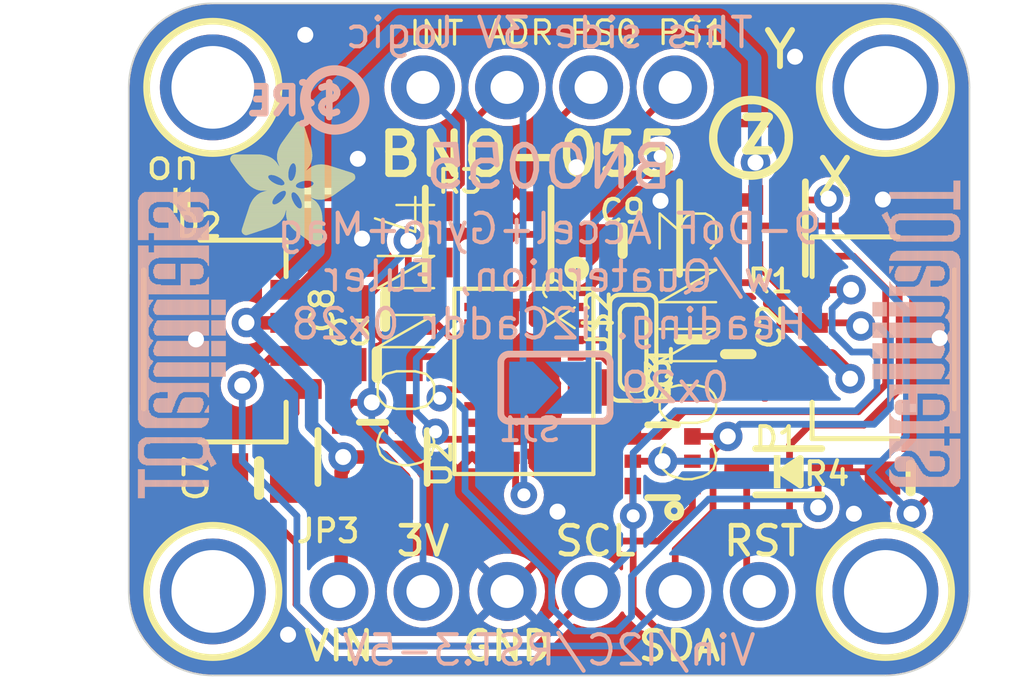
<source format=kicad_pcb>
(kicad_pcb (version 20221018) (generator pcbnew)
  (layers (0 "F.Cu" signal) (31 "B.Cu" signal) (34 "B.Paste" user) (35 "F.Paste" user) (36 "B.SilkS" user "B.Silkscreen") (37 "F.SilkS" user "F.Silkscreen") (38 "B.Mask" user) (39 "F.Mask" user) (44 "Edge.Cuts" user))
  (net 0 "")
  (net 1 "PS1_3V")
  (net 2 "PS0_3V")
  (net 3 "NRESET_3V")
  (net 4 "INT_3V")
  (net 5 "GND")
  (net 6 "I2CADDR_3V")
  (net 7 "SDA_3V")
  (net 8 "SCL_3V")
  (net 9 "N$1")
  (net 10 "N$2")
  (net 11 "N$3")
  (net 12 "3.3V")
  (net 13 "SDA")
  (net 14 "SCL")
  (net 15 "VCC")
  (net 16 "N$4")
  (net 17 "RESET")
  (footprint "working:FIDUCIAL_1MM" (layer "F.Cu") (at 160.1597 100.33)
    (fp_text reference "FID4" hide)
    (fp_text value "FIDUCIAL_1MM" hide)
  )
  (footprint "working:0603-NO" (layer "F.Cu") (at 150.7236 102.0191)
    (fp_text reference "C9")
    (fp_text value "0.1uF")
  )
  (footprint "working:1X06_ROUND_70" (layer "F.Cu") (at 148.5011 112.6236)
    (fp_text reference "JP3")
    (fp_text value "")
  )
  (footprint "working:MOUNTINGHOLE_2.5_PLATED" (layer "F.Cu") (at 158.6611 97.3836)
    (fp_text reference "U$46" hide)
    (fp_text value "MOUNTINGHOLE2.5" hide)
  )
  (footprint "working:SOD-323" (layer "F.Cu") (at 155.7401 109.0041)
    (fp_text reference "D1")
    (fp_text value "1n4148")
  )
  (footprint "working:SOT23-5" (layer "F.Cu") (at 143.1671 108.5596)
    (fp_text reference "U2")
    (fp_text value "AP2112K-3.3")
  )
  (footprint "working:0603-NO" (layer "F.Cu") (at 152.8191 105.0036 90)
    (fp_text reference "C1")
    (fp_text value "22pF")
  )
  (footprint "working:JST_SH4" (layer "F.Cu") (at 158.6611 105.0036 90)
    (fp_text reference "CONN3")
    (fp_text value "STEMMA_I2C_QT" hide)
  )
  (footprint "working:JST_SH4" (layer "F.Cu") (at 138.3411 105.0036 -90)
    (fp_text reference "CONN4")
    (fp_text value "STEMMA_I2C_QT" hide)
  )
  (footprint "working:FIDUCIAL_1MM" (layer "F.Cu") (at 136.8171 109.8296)
    (fp_text reference "FID3" hide)
    (fp_text value "FIDUCIAL_1MM" hide)
  )
  (footprint "working:RESPACK_4X0603" (layer "F.Cu") (at 154.3431 101.6381 180)
    (fp_text reference "R1")
    (fp_text value "10K")
  )
  (footprint "working:0603-NO" (layer "F.Cu") (at 154.2161 105.4481 -90)
    (fp_text reference "C2")
    (fp_text value "22pF")
  )
  (footprint "working:XTAL3215" (layer "F.Cu") (at 151.0411 105.2576 -90)
    (fp_text reference "X2")
    (fp_text value "32.768")
  )
  (footprint "working:MOUNTINGHOLE_2.5_PLATED" (layer "F.Cu") (at 138.3411 97.3836)
    (fp_text reference "U$45" hide)
    (fp_text value "MOUNTINGHOLE2.5" hide)
  )
  (footprint "working:ADAFRUIT_3.5MM" (layer "F.Cu") (at 138.8491 102.2096)
    (fp_text reference "U$51" hide)
    (fp_text value "" hide)
  )
  (footprint "working:0603-NO" (layer "F.Cu") (at 143.2941 105.7656)
    (fp_text reference "C3")
    (fp_text value "0.1uF")
  )
  (footprint "working:0805-NO" (layer "F.Cu") (at 139.7381 109.1946 180)
    (fp_text reference "C7")
    (fp_text value "10uF")
  )
  (footprint "working:CHIPLED_0603_NOOUTLINE" (layer "F.Cu") (at 137.414 100.7999 90)
    (fp_text reference "D2")
    (fp_text value "GREEN")
  )
  (footprint "working:0805-NO" (layer "F.Cu") (at 143.5481 104.1146 180)
    (fp_text reference "C8")
    (fp_text value "10uF")
  )
  (footprint "working:1X04_ROUND_76" (layer "F.Cu") (at 148.5011 97.3836)
    (fp_text reference "JP2" hide)
    (fp_text value "")
  )
  (footprint "working:0603-NO" (layer "F.Cu") (at 159.4231 109.1946 180)
    (fp_text reference "R4")
    (fp_text value "10K")
  )
  (footprint "working:MOUNTINGHOLE_2.5_PLATED" (layer "F.Cu") (at 138.3411 112.6236)
    (fp_text reference "U$48" hide)
    (fp_text value "MOUNTINGHOLE2.5" hide)
  )
  (footprint "working:SOT363" (layer "F.Cu") (at 151.9301 108.6866 90)
    (fp_text reference "Q3")
    (fp_text value "BSS138")
  )
  (footprint "working:BNO055" (layer "F.Cu") (at 147.7391 106.2736 -90)
    (fp_text reference "U$2")
    (fp_text value "BNO055")
  )
  (footprint "working:MOUNTINGHOLE_2.5_PLATED" (layer "F.Cu") (at 158.6611 112.6236)
    (fp_text reference "U$49" hide)
    (fp_text value "MOUNTINGHOLE2.5" hide)
  )
  (footprint "working:RESPACK_4X0603" (layer "F.Cu") (at 146.6596 101.8286)
    (fp_text reference "R3")
    (fp_text value "10K")
  )
  (footprint "working:STEMMAQT" (layer "B.Cu") (at 158.2801 109.4486 90)
    (fp_text reference "U$53" hide)
    (fp_text value "" hide)
  )
  (footprint "working:SOLDERJUMPER_ARROW_NOPASTE" (layer "B.Cu") (at 148.6916 106.4641)
    (fp_text reference "SJ1")
    (fp_text value "")
  )
  (footprint "working:PCBFEAT-REV-040" (layer "B.Cu") (at 142.0241 97.7646 180)
    (fp_text reference "U$52" hide)
    (fp_text value "" hide)
  )
  (footprint "working:STEMMAQT" (layer "B.Cu") (at 138.7221 100.5586 -90)
    (fp_text reference "U$54" hide)
    (fp_text value "" hide)
  )
  (gr_arc (start 155.7441 98.9086) (mid 155.409323 99.716823) (end 154.6011 100.0516) (stroke (width 0.254)) (layer "F.SilkS"))
  (gr_arc (start 153.4581 98.9086) (mid 153.792877 98.100377) (end 154.6011 97.7656) (stroke (width 0.254)) (layer "F.SilkS"))
  (gr_arc (start 154.6011 97.7656) (mid 155.415188 98.094514) (end 155.7441 98.908602) (stroke (width 0.254)) (layer "F.SilkS"))
  (gr_arc (start 154.6011 100.0516) (mid 153.792877 99.716823) (end 153.4581 98.9086) (stroke (width 0.254)) (layer "F.SilkS"))
  (gr_arc (start 135.8011 97.3836) (mid 136.545049 95.587549) (end 138.3411 94.8436) (stroke (width 0.05)) (layer "Edge.Cuts"))
  (gr_arc (start 138.3411 115.1636) (mid 136.545049 114.419651) (end 135.8011 112.6236) (stroke (width 0.05)) (layer "Edge.Cuts"))
  (gr_line (start 158.6611 94.8436) (end 138.3411 94.8436) (stroke (width 0.05)) (layer "Edge.Cuts"))
  (gr_line (start 161.2011 112.6236) (end 161.2011 97.3836) (stroke (width 0.05)) (layer "Edge.Cuts"))
  (gr_arc (start 158.6611 94.8436) (mid 160.457151 95.587549) (end 161.2011 97.3836) (stroke (width 0.05)) (layer "Edge.Cuts"))
  (gr_arc (start 161.2011 112.6236) (mid 160.457151 114.419651) (end 158.6611 115.1636) (stroke (width 0.05)) (layer "Edge.Cuts"))
  (gr_line (start 135.8011 97.3836) (end 135.8011 112.6236) (stroke (width 0.05)) (layer "Edge.Cuts"))
  (gr_line (start 138.3411 115.1636) (end 158.6611 115.1636) (stroke (width 0.05)) (layer "Edge.Cuts"))
  (gr_text "This side 3V logic" (at 148.5011 95.7326) (layer "B.SilkS") (effects (font (size 0.89408 0.89408) (thickness 0.12192)) (justify mirror)))
  (gr_text "Vin/I2C/RST:3-5V" (at 148.5011 114.4016) (layer "B.SilkS") (effects (font (size 0.89408 0.89408) (thickness 0.12192)) (justify mirror)))
  (gr_text "9-DoF Accel+Gyro+Mag\nw/Quaternion, Euler\nHeading. I2Caddr 0x28" (at 148.5011 103.0986) (layer "B.SilkS") (effects (font (size 0.89408 0.89408) (thickness 0.12192)) (justify mirror)))
  (gr_text "0x29" (at 152.3111 106.4641) (layer "B.SilkS") (effects (font (size 0.89408 0.89408) (thickness 0.12192)) (justify mirror)))
  (gr_text "BNO055" (at 148.5011 99.7966) (layer "B.SilkS") (effects (font (size 1.251712 1.251712) (thickness 0.170688)) (justify mirror)))
  (gr_text "INT" (at 145.0981 95.7481) (layer "F.SilkS") (effects (font (size 0.715264 0.715264) (thickness 0.097536))))
  (gr_text "X" (at 156.4981 100.7481) (layer "F.SilkS") (effects (font (size 1.0922 1.0922) (thickness 0.1778)) (justify left bottom)))
  (gr_text "on" (at 136.2456 100.2411) (layer "F.SilkS") (effects (font (size 0.89408 0.89408) (thickness 0.12192)) (justify left bottom)))
  (gr_text "3V" (at 144.6911 111.0996) (layer "F.SilkS") (effects (font (size 0.87376 0.87376) (thickness 0.14224))))
  (gr_text "BNO-055" (at 147.8661 99.4156) (layer "F.SilkS") (effects (font (size 1.25222 1.25222) (thickness 0.22098))))
  (gr_text "PS0" (at 150.1471 95.7326) (layer "F.SilkS") (effects (font (size 0.715264 0.715264) (thickness 0.097536))))
  (gr_text "PS1" (at 152.8141 95.7326) (layer "F.SilkS") (effects (font (size 0.715264 0.715264) (thickness 0.097536))))
  (gr_text "Z" (at 154.1486 99.4273) (layer "F.SilkS") (effects (font (size 1.016 1.016) (thickness 0.254)) (justify left bottom)))
  (gr_text "Y" (at 156.0616 95.6066) (layer "F.SilkS") (effects (font (size 1.0922 1.0922) (thickness 0.1778)) (justify right top)))
  (gr_text "RST" (at 154.9781 111.0996) (layer "F.SilkS") (effects (font (size 0.87376 0.87376) (thickness 0.14224))))
  (gr_text "VIN" (at 142.1511 114.2746) (layer "F.SilkS") (effects (font (size 0.87376 0.87376) (thickness 0.14224))))
  (gr_text "SCL" (at 149.8981 111.0996) (layer "F.SilkS") (effects (font (size 0.87376 0.87376) (thickness 0.14224))))
  (gr_text "GND" (at 147.2311 114.2746) (layer "F.SilkS") (effects (font (size 0.87376 0.87376) (thickness 0.14224))))
  (gr_text "SDA" (at 152.4381 114.2746) (layer "F.SilkS") (effects (font (size 0.87376 0.87376) (thickness 0.14224))))
  (gr_text "ADR" (at 147.6211 95.7326) (layer "F.SilkS") (effects (font (size 0.715264 0.715264) (thickness 0.097536))))
  (segment (start 147.5948 103.3064) (end 147.79185 103.3064) (width 0.2032) (layer "F.Cu") (net 1))
  (segment (start 150.0759 99.6188) (end 152.3111 97.3836) (width 0.2032) (layer "F.Cu") (net 1))
  (segment (start 147.9596 103.13865) (end 147.79185 103.3064) (width 0.2032) (layer "F.Cu") (net 1))
  (segment (start 147.9596 102.6786) (end 148.3406 102.6786) (width 0.2032) (layer "F.Cu") (net 1))
  (segment (start 148.3406 102.6786) (end 149.0091 102.0101) (width 0.2032) (layer "F.Cu") (net 1))
  (segment (start 146.9891 103.9611) (end 146.9891 103.71755) (width 0.2032) (layer "F.Cu") (net 1))
  (segment (start 147.9596 102.6786) (end 147.9596 103.13865) (width 0.2032) (layer "F.Cu") (net 1))
  (segment (start 149.0091 101.173775) (end 150.0759 100.106975) (width 0.2032) (layer "F.Cu") (net 1))
  (segment (start 149.0091 102.0101) (end 149.0091 101.173775) (width 0.2032) (layer "F.Cu") (net 1))
  (segment (start 147.4324 103.4688) (end 147.5948 103.3064) (width 0.2032) (layer "F.Cu") (net 1))
  (segment (start 147.23785 103.4688) (end 146.9891 103.71755) (width 0.2032) (layer "F.Cu") (net 1))
  (segment (start 150.0759 100.106975) (end 150.0759 99.6188) (width 0.2032) (layer "F.Cu") (net 1))
  (segment (start 147.23785 103.4688) (end 147.4324 103.4688) (width 0.2032) (layer "F.Cu") (net 1))
  (segment (start 148.5529 98.6018) (end 149.7711 97.3836) (width 0.2032) (layer "F.Cu") (net 2))
  (segment (start 148.5529 101.55485) (end 148.5529 98.6018) (width 0.2032) (layer "F.Cu") (net 2))
  (segment (start 147.1123 102.22935) (end 147.51305 101.8286) (width 0.2032) (layer "F.Cu") (net 2))
  (segment (start 148.27915 101.8286) (end 148.5529 101.55485) (width 0.2032) (layer "F.Cu") (net 2))
  (segment (start 147.0596 103.0596) (end 147.0596 102.6786) (width 0.2032) (layer "F.Cu") (net 2))
  (segment (start 147.1123 102.22935) (end 147.1123 102.6259) (width 0.2032) (layer "F.Cu") (net 2))
  (segment (start 147.0596 103.0596) (end 146.1766 103.9426) (width 0.2032) (layer "F.Cu") (net 2))
  (segment (start 147.0596 102.6786) (end 147.1123 102.6259) (width 0.2032) (layer "F.Cu") (net 2))
  (segment (start 146.1766 104.0236) (end 146.1766 103.9426) (width 0.2032) (layer "F.Cu") (net 2))
  (segment (start 147.51305 101.8286) (end 148.27915 101.8286) (width 0.2032) (layer "F.Cu") (net 2))
  (segment (start 156.6291 109.3851) (end 156.6291 110.0836) (width 0.2032) (layer "F.Cu") (net 3))
  (segment (start 156.6291 109.3851) (end 157.0101 109.0041) (width 0.2032) (layer "F.Cu") (net 3))
  (segment (start 158.5731 109.1946) (end 158.3826 109.0041) (width 0.2032) (layer "F.Cu") (net 3))
  (segment (start 146.1766 106.5236) (end 145.4571 106.5236) (width 0.2032) (layer "F.Cu") (net 3))
  (segment (start 158.3826 109.0041) (end 157.0101 109.0041) (width 0.2032) (layer "F.Cu") (net 3))
  (segment (start 145.4571 106.5236) (end 145.1991 106.7816) (width 0.2032) (layer "F.Cu") (net 3))
  (via (at 145.1991 106.7816) (size 0.8001) (drill 0.3937) (layers "F.Cu" "B.Cu") (net 3))
  (via (at 156.6291 110.0836) (size 0.889) (drill 0.4826) (layers "F.Cu" "B.Cu") (net 3))
  (segment (start 145.5801 106.7816) (end 145.9611 107.1626) (width 0.2032) (layer "B.Cu") (net 3))
  (segment (start 156.3751 109.8296) (end 153.3271 109.8296) (width 0.2032) (layer "B.Cu") (net 3))
  (segment (start 156.6291 110.0836) (end 156.3751 109.8296) (width 0.2032) (layer "B.Cu") (net 3))
  (segment (start 150.9903 112.1664) (end 153.3271 109.8296) (width 0.2032) (layer "B.Cu") (net 3))
  (segment (start 148.5773 113.118094) (end 149.276606 113.8174) (width 0.2032) (layer "B.Cu") (net 3))
  (segment (start 148.5773 112.1918) (end 148.5773 113.118094) (width 0.2032) (layer "B.Cu") (net 3))
  (segment (start 145.9611 107.1626) (end 145.9611 109.5756) (width 0.2032) (layer "B.Cu") (net 3))
  (segment (start 145.1991 106.7816) (end 145.5801 106.7816) (width 0.2032) (layer "B.Cu") (net 3))
  (segment (start 145.9611 109.5756) (end 148.5773 112.1918) (width 0.2032) (layer "B.Cu") (net 3))
  (segment (start 150.542562 113.8174) (end 150.9903 113.369663) (width 0.2032) (layer "B.Cu") (net 3))
  (segment (start 150.9903 113.369663) (end 150.9903 112.1664) (width 0.2032) (layer "B.Cu") (net 3))
  (segment (start 149.276606 113.8174) (end 150.542562 113.8174) (width 0.2032) (layer "B.Cu") (net 3))
  (segment (start 145.2981 108.0236) (end 145.0721 107.7976) (width 0.2032) (layer "F.Cu") (net 4))
  (segment (start 146.1766 108.0236) (end 145.2981 108.0236) (width 0.2032) (layer "F.Cu") (net 4))
  (via (at 145.0721 107.7976) (size 0.8001) (drill 0.3937) (layers "F.Cu" "B.Cu") (net 4))
  (segment (start 144.4879 107.2134) (end 144.4879 105.5878) (width 0.2032) (layer "B.Cu") (net 4))
  (segment (start 145.7071 98.5139) (end 144.6911 97.4979) (width 0.2032) (layer "B.Cu") (net 4))
  (segment (start 145.7071 104.3686) (end 145.7071 98.5139) (width 0.2032) (layer "B.Cu") (net 4))
  (segment (start 144.6911 97.3836) (end 144.6911 97.4979) (width 0.2032) (layer "B.Cu") (net 4))
  (segment (start 145.0721 107.7976) (end 144.4879 107.2134) (width 0.2032) (layer "B.Cu") (net 4))
  (segment (start 144.4879 105.5878) (end 145.7071 104.3686) (width 0.2032) (layer "B.Cu") (net 4))
  (segment (start 153.7716 103.6066) (end 153.4313 103.2663) (width 0.2032) (layer "F.Cu") (net 5))
  (segment (start 153.7716 103.6066) (end 153.7716 104.1536) (width 0.2032) (layer "F.Cu") (net 5))
  (segment (start 154.2161 104.5981) (end 155.0209 105.4029) (width 0.2032) (layer "F.Cu") (net 5))
  (segment (start 147.9891 108.5861) (end 147.9891 108.82965) (width 0.2032) (layer "F.Cu") (net 5))
  (segment (start 146.42035 102.0509) (end 146.42035 102.51785) (width 0.2032) (layer "F.Cu") (net 5))
  (segment (start 146.9771 107.5436) (end 147.9931 107.5436) (width 0.2032) (layer "F.Cu") (net 5))
  (segment (start 154.00305 104.5981) (end 152.8191 105.78205) (width 0.2032) (layer "F.Cu") (net 5))
  (segment (start 147.0596 100.9786) (end 147.0596 101.41165) (width 0.2032) (layer "F.Cu") (net 5))
  (segment (start 155.1239 106.5036) (end 156.1471 106.5036) (width 0.2032) (layer "F.Cu") (net 5))
  (segment (start 147.0596 101.41165) (end 146.42035 102.0509) (width 0.2032) (layer "F.Cu") (net 5))
  (segment (start 146.9891 108.5861) (end 146.9771 108.5741) (width 0.2032) (layer "F.Cu") (net 5))
  (segment (start 155.0209 105.4029) (end 155.0209 106.4006) (width 0.2032) (layer "F.Cu") (net 5))
  (segment (start 155.0209 106.4006) (end 155.1239 106.5036) (width 0.2032) (layer "F.Cu") (net 5))
  (segment (start 146.1806 106.0196) (end 146.1766 106.0236) (width 0.2032) (layer "F.Cu") (net 5))
  (segment (start 136.664 101.9125) (end 136.9551 102.2036) (width 0.3048) (layer "F.Cu") (net 5))
  (segment (start 154.00305 104.5981) (end 154.2161 104.5981) (width 0.2032) (layer "F.Cu") (net 5))
  (segment (start 146.9771 108.5741) (end 146.9771 107.5436) (width 0.2032) (layer "F.Cu") (net 5))
  (segment (start 146.2391 108.5861) (end 146.1766 108.5236) (width 0.2032) (layer "F.Cu") (net 5))
  (segment (start 149.62455 103.5431) (end 150.19605 102.9716) (width 0.2032) (layer "F.Cu") (net 5))
  (segment (start 148.2579 109.0784) (end 148.7551 109.5756) (width 0.2032) (layer "F.Cu") (net 5))
  (segment (start 146.9891 108.5861) (end 146.2391 108.5861) (width 0.2032) (layer "F.Cu") (net 5))
  (segment (start 148.4891 103.9611) (end 148.4891 103.864) (width 0.2032) (layer "F.Cu") (net 5))
  (segment (start 148.4891 103.9611) (end 148.9071 103.5431) (width 0.2032) (layer "F.Cu") (net 5))
  (segment (start 147.9931 107.5436) (end 147.9931 106.0196) (width 0.2032) (layer "F.Cu") (net 5))
  (segment (start 147.9891 108.82965) (end 148.23785 109.0784) (width 0.2032) (layer "F.Cu") (net 5))
  (segment (start 136.664 100.7999) (end 136.664 101.9125) (width 0.3048) (layer "F.Cu") (net 5))
  (segment (start 150.19605 102.9716) (end 151.5736 102.9716) (width 0.2032) (layer "F.Cu") (net 5))
  (segment (start 152.8191 105.8536) (end 152.8191 105.78205) (width 0.2032) (layer "F.Cu") (net 5))
  (segment (start 154.2161 104.5981) (end 153.7716 104.1536) (width 0.2032) (layer "F.Cu") (net 5))
  (segment (start 147.9891 108.5861) (end 147.9931 108.5821) (width 0.2032) (layer "F.Cu") (net 5))
  (segment (start 148.7551 109.5756) (end 148.7551 110.2106) (width 0.2032) (layer "F.Cu") (net 5))
  (segment (start 148.23785 109.0784) (end 148.2579 109.0784) (width 0.2032) (layer "F.Cu") (net 5))
  (segment (start 147.9931 108.5821) (end 147.9931 107.5436) (width 0.2032) (layer "F.Cu") (net 5))
  (segment (start 148.9071 103.5431) (end 149.62455 103.5431) (width 0.2032) (layer "F.Cu") (net 5))
  (segment (start 147.9931 106.0196) (end 146.1806 106.0196) (width 0.2032) (layer "F.Cu") (net 5))
  (segment (start 151.5736 102.9716) (end 151.5736 102.0191) (width 0.2032) (layer "F.Cu") (net 5))
  (segment (start 146.2596 102.6786) (end 146.42035 102.51785) (width 0.2032) (layer "F.Cu") (net 5))
  (via (at 151.8666 100.8126) (size 0.889) (drill 0.4826) (layers "F.Cu" "B.Cu") (net 5))
  (via (at 148.7551 110.2106) (size 0.889) (drill 0.4826) (layers "F.Cu" "B.Cu") (net 5))
  (via (at 149.3266 99.7966) (size 0.889) (drill 0.4826) (layers "F.Cu" "B.Cu") (net 5))
  (via (at 142.8496 101.9556) (size 0.889) (drill 0.4826) (layers "F.Cu" "B.Cu") (net 5))
  (via (at 140.6144 113.9317) (size 0.889) (drill 0.4826) (layers "F.Cu" "B.Cu") (net 5))
  (via (at 155.9306 96.4565) (size 0.889) (drill 0.4826) (layers "F.Cu" "B.Cu") (net 5))
  (via (at 137.8331 105.0036) (size 0.889) (drill 0.4826) (layers "F.Cu" "B.Cu") (net 5))
  (via (at 141.1351 95.7961) (size 0.889) (drill 0.4826) (layers "F.Cu" "B.Cu") (net 5))
  (via (at 158.5849 100.7745) (size 0.889) (drill 0.4826) (layers "F.Cu" "B.Cu") (net 5))
  (via (at 160.2994 104.9655) (size 0.889) (drill 0.4826) (layers "F.Cu" "B.Cu") (net 5))
  (via (at 142.7226 99.5426) (size 0.889) (drill 0.4826) (layers "F.Cu" "B.Cu") (net 5))
  (via (at 157.7086 110.2741) (size 0.889) (drill 0.4826) (layers "F.Cu" "B.Cu") (net 5))
  (segment (start 146.2596 98.3551) (end 147.2311 97.3836) (width 0.2032) (layer "F.Cu") (net 6))
  (segment (start 146.2596 100.9786) (end 146.2596 98.3551) (width 0.2032) (layer "F.Cu") (net 6))
  (segment (start 147.4891 108.5861) (end 147.4891 109.4526) (width 0.2032) (layer "F.Cu") (net 6))
  (segment (start 147.7391 109.7026) (end 147.4891 109.4526) (width 0.2032) (layer "F.Cu") (net 6))
  (via (at 147.7391 109.7026) (size 0.8001) (drill 0.3937) (layers "F.Cu" "B.Cu") (net 6))
  (segment (start 147.7137 106.4641) (end 147.7137 98.5393) (width 0.2032) (layer "B.Cu") (net 6))
  (segment (start 147.7137 98.5393) (end 147.7137 98.2218) (width 0.2032) (layer "B.Cu") (net 6))
  (segment (start 147.7137 106.4641) (end 147.7391 106.4641) (width 0.2032) (layer "B.Cu") (net 6))
  (segment (start 147.6756 106.4641) (end 147.7137 106.4641) (width 0.2032) (layer "B.Cu") (net 6))
  (segment (start 147.7137 97.8662) (end 147.2311 97.3836) (width 0.2032) (layer "B.Cu") (net 6))
  (segment (start 147.7137 98.2218) (end 147.7137 97.8662) (width 0.2032) (layer "B.Cu") (net 6))
  (segment (start 147.7391 109.7026) (end 147.7391 106.4641) (width 0.2032) (layer "B.Cu") (net 6))
  (segment (start 151.0301 107.9366) (end 151.8292 107.9366) (width 0.2032) (layer "F.Cu") (net 7))
  (segment (start 158.670237 103.464888) (end 157.69345 102.4881) (width 0.2032) (layer "F.Cu") (net 7))
  (segment (start 149.8071 108.5236) (end 150.3941 107.9366) (width 0.2032) (layer "F.Cu") (net 7))
  (segment (start 149.3016 108.5236) (end 149.8071 108.5236) (width 0.2032) (layer "F.Cu") (net 7))
  (segment (start 150.3941 107.9366) (end 151.0301 107.9366) (width 0.2032) (layer "F.Cu") (net 7))
  (segment (start 157.847375 107.188) (end 158.670237 106.365138) (width 0.2032) (layer "F.Cu") (net 7))
  (segment (start 151.8292 107.9366) (end 152.5778 107.188) (width 0.2032) (layer "F.Cu") (net 7))
  (segment (start 152.5778 107.188) (end 157.847375 107.188) (width 0.2032) (layer "F.Cu") (net 7))
  (segment (start 157.69345 102.4881) (end 155.6431 102.4881) (width 0.2032) (layer "F.Cu") (net 7))
  (segment (start 158.670237 106.365138) (end 158.670237 103.464888) (width 0.2032) (layer "F.Cu") (net 7))
  (segment (start 151.0411 111.0996) (end 151.8021 111.0996) (width 0.2032) (layer "F.Cu") (net 8))
  (segment (start 159.076637 106.533475) (end 158.015712 107.5944) (width 0.2032) (layer "F.Cu") (net 8))
  (segment (start 151.816606 113.8174) (end 151.511806 113.5126) (width 0.2032) (layer "F.Cu") (net 8))
  (segment (start 156.3751 107.5944) (end 155.7655 108.204) (width 0.2032) (layer "F.Cu") (net 8))
  (segment (start 158.015712 107.5944) (end 156.3751 107.5944) (width 0.2032) (layer "F.Cu") (net 8))
  (segment (start 152.8301 110.0716) (end 151.8021 111.0996) (width 0.2032) (layer "F.Cu") (net 8))
  (segment (start 153.0431 101.7316) (end 153.2001 101.5746) (width 0.2032) (layer "F.Cu") (net 8))
  (segment (start 156.0576 113.3221) (end 155.5623 113.8174) (width 0.2032) (layer "F.Cu") (net 8))
  (segment (start 153.2001 101.5746) (end 157.481687 101.5746) (width 0.2032) (layer "F.Cu") (net 8))
  (segment (start 151.511806 113.5126) (end 151.4221 113.5126) (width 0.2032) (layer "F.Cu") (net 8))
  (segment (start 156.0576 111.5441) (end 156.0576 113.3221) (width 0.2032) (layer "F.Cu") (net 8))
  (segment (start 151.0411 113.1316) (end 151.0411 111.0996) (width 0.2032) (layer "F.Cu") (net 8))
  (segment (start 159.076637 103.16955) (end 159.076637 106.533475) (width 0.2032) (layer "F.Cu") (net 8))
  (segment (start 151.4221 113.5126) (end 151.0411 113.1316) (width 0.2032) (layer "F.Cu") (net 8))
  (segment (start 150.2406 111.0996) (end 149.6321 110.4911) (width 0.2032) (layer "F.Cu") (net 8))
  (segment (start 155.7655 111.252) (end 156.0576 111.5441) (width 0.2032) (layer "F.Cu") (net 8))
  (segment (start 155.5623 113.8174) (end 151.816606 113.8174) (width 0.2032) (layer "F.Cu") (net 8))
  (segment (start 149.6321 109.7291) (end 148.4891 108.5861) (width 0.2032) (layer "F.Cu") (net 8))
  (segment (start 150.2406 111.0996) (end 151.0411 111.0996) (width 0.2032) (layer "F.Cu") (net 8))
  (segment (start 155.7655 108.204) (end 155.7655 111.252) (width 0.2032) (layer "F.Cu") (net 8))
  (segment (start 153.0431 102.4881) (end 153.0431 101.7316) (width 0.2032) (layer "F.Cu") (net 8))
  (segment (start 157.481687 101.5746) (end 159.076637 103.16955) (width 0.2032) (layer "F.Cu") (net 8))
  (segment (start 152.8301 110.0716) (end 152.8301 109.4366) (width 0.2032) (layer "F.Cu") (net 8))
  (segment (start 149.6321 109.7291) (end 149.6321 110.4911) (width 0.2032) (layer "F.Cu") (net 8))
  (segment (start 150.3291 105.0236) (end 151.2951 104.0576) (width 0.2032) (layer "F.Cu") (net 9))
  (segment (start 152.7231 104.0576) (end 152.8191 104.1536) (width 0.2032) (layer "F.Cu") (net 9))
  (segment (start 151.0411 104.0576) (end 151.2951 104.0576) (width 0.2032) (layer "F.Cu") (net 9))
  (segment (start 151.2951 104.0576) (end 152.7231 104.0576) (width 0.2032) (layer "F.Cu") (net 9))
  (segment (start 149.3016 105.0236) (end 150.3291 105.0236) (width 0.2032) (layer "F.Cu") (net 9))
  (segment (start 149.3016 105.5236) (end 150.1071 105.5236) (width 0.2032) (layer "F.Cu") (net 10))
  (segment (start 151.3651 106.7816) (end 153.61365 106.7816) (width 0.2032) (layer "F.Cu") (net 10))
  (segment (start 154.09715 106.2981) (end 154.2161 106.2981) (width 0.2032) (layer "F.Cu") (net 10))
  (segment (start 151.0411 106.4576) (end 151.3651 106.7816) (width 0.2032) (layer "F.Cu") (net 10))
  (segment (start 150.1071 105.5236) (end 151.0411 106.4576) (width 0.2032) (layer "F.Cu") (net 10))
  (segment (start 154.09715 106.2981) (end 153.61365 106.7816) (width 0.2032) (layer "F.Cu") (net 10))
  (segment (start 146.1766 105.5236) (end 144.3861 105.5236) (width 0.2032) (layer "F.Cu") (net 11))
  (segment (start 144.3861 105.5236) (end 144.1441 105.7656) (width 0.2032) (layer "F.Cu") (net 11))
  (segment (start 151.857006 99.469507) (end 151.8666 99.4791) (width 0.2032) (layer "F.Cu") (net 12))
  (segment (start 145.6001 105.0236) (end 144.6911 104.1146) (width 0.2032) (layer "F.Cu") (net 12))
  (segment (start 149.8736 102.5271) (end 149.3656 103.0351) (width 0.254) (layer "F.Cu") (net 12))
  (segment (start 149.3656 103.0351) (end 148.8186 103.0351) (width 0.254) (layer "F.Cu") (net 12))
  (segment (start 153.0431 100.7881) (end 153.0431 99.3186) (width 0.254) (layer "F.Cu") (net 12))
  (segment (start 149.8736 102.5271) (end 149.8736 102.0191) (width 0.254) (layer "F.Cu") (net 12))
  (segment (start 151.8666 100.0261) (end 150.9776 100.0261) (width 0.254) (layer "F.Cu") (net 12))
  (segment (start 145.3596 102.8721) (end 144.5311 103.7006) (width 0.2032) (layer "F.Cu") (net 12))
  (segment (start 149.3016 104.5236) (end 148.0211 104.5236) (width 0.2032) (layer "F.Cu") (net 12))
  (segment (start 156.9466 100.7491) (end 156.9076 100.7881) (width 0.2032) (layer "F.Cu") (net 12))
  (segment (start 155.1686 98.4631) (end 155.6131 98.9076) (width 0.254) (layer "F.Cu") (net 12))
  (segment (start 147.9891 104.4916) (end 147.9891 103.9876) (width 0.2032) (layer "F.Cu") (net 12))
  (segment (start 153.0431 100.3436) (end 152.7256 100.0261) (width 0.254) (layer "F.Cu") (net 12))
  (segment (start 147.4891 103.9611) (end 147.9626 103.9611) (width 0.2032) (layer "F.Cu") (net 12))
  (segment (start 148.24905 103.4576) (end 148.3961 103.4576) (width 0.2032) (layer "F.Cu") (net 12))
  (segment (start 142.568 106.9086) (end 143.1436 106.9086) (width 0.2032) (layer "F.Cu") (net 12))
  (segment (start 146.1766 105.0236) (end 145.6001 105.0236) (width 0.2032) (layer "F.Cu") (net 12))
  (segment (start 144.2466 102.0191) (end 144.2466 103.4161) (width 0.2032) (layer "F.Cu") (net 12))
  (segment (start 153.0431 100.7881) (end 153.0431 100.3436) (width 0.254) (layer "F.Cu") (net 12))
  (segment (start 156.9076 100.7881) (end 155.6431 100.7881) (width 0.2032) (layer "F.Cu") (net 12))
  (segment (start 142.2171 107.2595) (end 142.568 106.9086) (width 0.2032) (layer "F.Cu") (net 12))
  (segment (start 160.2731 109.1946) (end 160.2731 109.4495) (width 0.2032) (layer "F.Cu") (net 12))
  (segment (start 155.6431 100.7881) (end 155.6131 100.7581) (width 0.254) (layer "F.Cu") (net 12))
  (segment (start 144.5311 103.7006) (end 144.4981 103.7336) (width 0.2032) (layer "F.Cu") (net 12))
  (segment (start 144.6911 104.1146) (end 144.4981 104.1146) (width 0.2032) (layer "F.Cu") (net 12))
  (segment (start 153.0431 99.3186) (end 153.8986 98.4631) (width 0.254) (layer "F.Cu") (net 12))
  (segment (start 145.3596 102.6786) (end 145.3596 102.8721) (width 0.2032) (layer "F.Cu") (net 12))
  (segment (start 147.9891 103.71755) (end 148.24905 103.4576) (width 0.2032) (layer "F.Cu") (net 12))
  (segment (start 153.8986 98.4631) (end 155.1686 98.4631) (width 0.254) (layer "F.Cu") (net 12))
  (segment (start 151.8666 99.4791) (end 151.8666 100.0261) (width 0.2032) (layer "F.Cu") (net 12))
  (segment (start 151.9301 108.6866) (end 152.8301 108.6866) (width 0.2032) (layer "F.Cu") (net 12))
  (segment (start 148.3961 103.4576) (end 148.8186 103.0351) (width 0.2032) (layer "F.Cu") (net 12))
  (segment (start 151.0301 108.6866) (end 151.9301 108.6866) (width 0.2032) (layer "F.Cu") (net 12))
  (segment (start 147.9891 103.9611) (end 147.9891 103.71755) (width 0.2032) (layer "F.Cu") (net 12))
  (segment (start 150.9776 100.0261) (end 149.8736 101.1301) (width 0.254) (layer "F.Cu") (net 12))
  (segment (start 147.9626 103.9611) (end 147.9891 103.9876) (width 0.2032) (layer "F.Cu") (net 12))
  (segment (start 146.1766 105.0236) (end 146.9571 105.0236) (width 0.2032) (layer "F.Cu") (net 12))
  (segment (start 155.6131 98.9076) (end 155.6131 100.7581) (width 0.254) (layer "F.Cu") (net 12))
  (segment (start 144.5311 103.7006) (end 144.2466 103.4161) (width 0.2032) (layer "F.Cu") (net 12))
  (segment (start 149.8736 101.1301) (end 149.8736 102.0191) (width 0.254) (layer "F.Cu") (net 12))
  (segment (start 147.4891 104.4916) (end 147.4891 103.9611) (width 0.2032) (layer "F.Cu") (net 12))
  (segment (start 146.9571 105.0236) (end 147.4891 104.4916) (width 0.2032) (layer "F.Cu") (net 12))
  (segment (start 147.9891 103.9876) (end 147.9891 103.9611) (width 0.2032) (layer "F.Cu") (net 12))
  (segment (start 144.4981 103.7336) (end 144.4981 104.1146) (width 0.2032) (layer "F.Cu") (net 12))
  (segment (start 148.0211 104.5236) (end 147.9891 104.4916) (width 0.2032) (layer "F.Cu") (net 12))
  (segment (start 160.2731 109.4495) (end 159.4485 110.2741) (width 0.2032) (layer "F.Cu") (net 12))
  (segment (start 152.7256 100.0261) (end 151.8666 100.0261) (width 0.254) (layer "F.Cu") (net 12))
  (via (at 144.2466 102.0191) (size 0.889) (drill 0.4826) (layers "F.Cu" "B.Cu") (net 12))
  (via (at 151.9301 108.6866) (size 0.889) (drill 0.4826) (layers "F.Cu" "B.Cu") (net 12))
  (via (at 159.4485 110.2741) (size 0.889) (drill 0.4826) (layers "F.Cu" "B.Cu") (net 12))
  (via (at 151.857006 99.469507) (size 0.8001) (drill 0.3937) (layers "F.Cu" "B.Cu") (net 12))
  (via (at 143.1436 106.9086) (size 0.889) (drill 0.4826) (layers "F.Cu" "B.Cu") (net 12))
  (via (at 156.9466 100.7491) (size 0.889) (drill 0.4826) (layers "F.Cu" "B.Cu") (net 12))
  (segment (start 151.9301 108.6866) (end 158.5341 108.6866) (width 0.2032) (layer "B.Cu") (net 12))
  (segment (start 159.4485 110.2741) (end 158.19755 109.02315) (width 0.2032) (layer "B.Cu") (net 12))
  (segment (start 158.5341 108.6866) (end 159.2961 107.9246) (width 0.2032) (layer "B.Cu") (net 12))
  (segment (start 144.5006 102.0191) (end 143.1436 103.3761) (width 0.2032) (layer "B.Cu") (net 12))
  (segment (start 149.7076 106.4641) (end 149.7076 101.618913) (width 0.2032) (layer "B.Cu") (net 12))
  (segment (start 143.1436 106.9086) (end 143.1436 103.3761) (width 0.2032) (layer "B.Cu") (net 12))
  (segment (start 149.7076 101.618913) (end 151.857006 99.469507) (width 0.2032) (layer "B.Cu") (net 12))
  (segment (start 143.1436 106.9086) (end 143.1436 107.5563) (width 0.2032) (layer "B.Cu") (net 12))
  (segment (start 144.6911 109.1038) (end 144.6911 112.6236) (width 0.2032) (layer "B.Cu") (net 12))
  (segment (start 156.9466 101.7651) (end 156.9466 100.7491) (width 0.2032) (layer "B.Cu") (net 12))
  (segment (start 144.6911 109.1038) (end 143.1436 107.5563) (width 0.2032) (layer "B.Cu") (net 12))
  (segment (start 144.5006 102.0191) (end 144.2466 102.0191) (width 0.2032) (layer "B.Cu") (net 12))
  (segment (start 159.2961 104.1146) (end 156.9466 101.7651) (width 0.2032) (layer "B.Cu") (net 12))
  (segment (start 158.19755 109.02315) (end 158.5341 108.6866) (width 0.2032) (layer "B.Cu") (net 12))
  (segment (start 159.2961 107.9246) (end 159.2961 104.1146) (width 0.2032) (layer "B.Cu") (net 12))
  (segment (start 154.75665 103.2891) (end 155.0673 103.59975) (width 0.2032) (layer "F.Cu") (net 13))
  (segment (start 153.9431 102.4881) (end 153.9431 103.1431) (width 0.2032) (layer "F.Cu") (net 13))
  (segment (start 153.4668 107.9373) (end 153.4661 107.9366) (width 0.2032) (layer "F.Cu") (net 13))
  (segment (start 153.4541 110.2106) (end 152.3111 111.3536) (width 0.2032) (layer "F.Cu") (net 13))
  (segment (start 157.823775 104.5036) (end 157.920937 104.600763) (width 0.2032) (layer "F.Cu") (net 13))
  (segment (start 154.0891 103.2891) (end 154.75665 103.2891) (width 0.2032) (layer "F.Cu") (net 13))
  (segment (start 153.4541 108.3818) (end 153.4541 110.2106) (width 0.2032) (layer "F.Cu") (net 13))
  (segment (start 155.0673 103.92985) (end 155.64105 104.5036) (width 0.2032) (layer "F.Cu") (net 13))
  (segment (start 153.9431 103.1431) (end 154.0891 103.2891) (width 0.2032) (layer "F.Cu") (net 13))
  (segment (start 140.1271 105.5036) (end 139.2301 106.4006) (width 0.2032) (layer "F.Cu") (net 13))
  (segment (start 156.1471 104.5036) (end 157.823775 104.5036) (width 0.2032) (layer "F.Cu") (net 13))
  (segment (start 152.8301 107.9366) (end 153.4661 107.9366) (width 0.2032) (layer "F.Cu") (net 13))
  (segment (start 140.8551 105.5036) (end 140.1271 105.5036) (width 0.2032) (layer "F.Cu") (net 13))
  (segment (start 152.3111 111.3536) (end 152.3111 112.6236) (width 0.2032) (layer "F.Cu") (net 13))
  (segment (start 153.8986 107.9373) (end 153.4668 107.9373) (width 0.2032) (layer "F.Cu") (net 13))
  (segment (start 155.64105 104.5036) (end 156.1471 104.5036) (width 0.2032) (layer "F.Cu") (net 13))
  (segment (start 153.8986 107.9373) (end 153.4541 108.3818) (width 0.2032) (layer "F.Cu") (net 13))
  (segment (start 155.0673 103.59975) (end 155.0673 103.92985) (width 0.2032) (layer "F.Cu") (net 13))
  (via (at 153.8986 107.9373) (size 0.889) (drill 0.4826) (layers "F.Cu" "B.Cu") (net 13))
  (via (at 139.2301 106.4006) (size 0.889) (drill 0.4826) (layers "F.Cu" "B.Cu") (net 13))
  (via (at 157.920937 104.600763) (size 0.889) (drill 0.4826) (layers "F.Cu" "B.Cu") (net 13))
  (segment (start 140.8811 110.3376) (end 139.2301 108.6866) (width 0.2032) (layer "B.Cu") (net 13))
  (segment (start 140.8811 110.3376) (end 140.8811 113.041894) (width 0.2032) (layer "B.Cu") (net 13))
  (segment (start 158.321437 107.569) (end 154.2669 107.569) (width 0.2032) (layer "B.Cu") (net 13))
  (segment (start 158.8135 107.076938) (end 158.321437 107.569) (width 0.2032) (layer "B.Cu") (net 13))
  (segment (start 157.920937 104.600763) (end 158.452 104.600763) (width 0.2032) (layer "B.Cu") (net 13))
  (segment (start 158.8135 104.962263) (end 158.8135 107.076938) (width 0.2032) (layer "B.Cu") (net 13))
  (segment (start 158.452 104.600763) (end 158.8135 104.962263) (width 0.2032) (layer "B.Cu") (net 13))
  (segment (start 142.113806 114.2746) (end 150.6601 114.2746) (width 0.2032) (layer "B.Cu") (net 13))
  (segment (start 139.2301 106.4006) (end 139.2301 108.6866) (width 0.2032) (layer "B.Cu") (net 13))
  (segment (start 153.8986 107.9373) (end 154.2669 107.569) (width 0.2032) (layer "B.Cu") (net 13))
  (segment (start 140.8811 113.041894) (end 142.113806 114.2746) (width 0.2032) (layer "B.Cu") (net 13))
  (segment (start 150.6601 114.2746) (end 152.3111 112.6236) (width 0.2032) (layer "B.Cu") (net 13))
  (segment (start 139.7633 110.07085) (end 140.8551 111.16265) (width 0.2032) (layer "F.Cu") (net 14))
  (segment (start 140.8551 113.015894) (end 142.113806 114.2746) (width 0.2032) (layer "F.Cu") (net 14))
  (segment (start 157.623262 103.5036) (end 157.623262 103.501438) (width 0.2032) (layer "F.Cu") (net 14))
  (segment (start 151.0301 109.4366) (end 151.0301 110.3266) (width 0.2032) (layer "F.Cu") (net 14))
  (segment (start 151.0411 110.3376) (end 151.0301 110.3266) (width 0.2032) (layer "F.Cu") (net 14))
  (segment (start 140.8551 107.22655) (end 139.7633 108.31835) (width 0.2032) (layer "F.Cu") (net 14))
  (segment (start 140.8551 106.5036) (end 140.8551 107.22655) (width 0.2032) (layer "F.Cu") (net 14))
  (segment (start 142.113806 114.2746) (end 148.1201 114.2746) (width 0.2032) (layer "F.Cu") (net 14))
  (segment (start 139.7633 108.31835) (end 139.7633 110.07085) (width 0.2032) (layer "F.Cu") (net 14))
  (segment (start 154.8511 102.5961) (end 154.8511 102.808813) (width 0.2032) (layer "F.Cu") (net 14))
  (segment (start 140.8551 111.16265) (end 140.8551 113.015894) (width 0.2032) (layer "F.Cu") (net 14))
  (segment (start 148.1201 114.2746) (end 149.7711 112.6236) (width 0.2032) (layer "F.Cu") (net 14))
  (segment (start 154.8511 102.808813) (end 155.545887 103.5036) (width 0.2032) (layer "F.Cu") (net 14))
  (segment (start 154.7431 102.4881) (end 154.8511 102.5961) (width 0.2032) (layer "F.Cu") (net 14))
  (segment (start 155.545887 103.5036) (end 156.1471 103.5036) (width 0.2032) (layer "F.Cu") (net 14))
  (segment (start 156.1471 103.5036) (end 157.623262 103.5036) (width 0.2032) (layer "F.Cu") (net 14))
  (via (at 157.623262 103.501438) (size 0.889) (drill 0.4826) (layers "F.Cu" "B.Cu") (net 14))
  (via (at 151.0411 110.3376) (size 0.8001) (drill 0.3937) (layers "F.Cu" "B.Cu") (net 14))
  (segment (start 151.0411 111.3536) (end 149.7711 112.6236) (width 0.2032) (layer "B.Cu") (net 14))
  (segment (start 158.2166 105.3846) (end 158.4071 105.5751) (width 0.2032) (layer "B.Cu") (net 14))
  (segment (start 157.7721 107.1626) (end 152.3111 107.1626) (width 0.2032) (layer "B.Cu") (net 14))
  (segment (start 157.623262 103.501438) (end 157.051762 104.072938) (width 0.2032) (layer "B.Cu") (net 14))
  (segment (start 151.0411 108.4326) (end 151.0411 110.3376) (width 0.2032) (layer "B.Cu") (net 14))
  (segment (start 157.051762 104.072938) (end 157.051762 104.791263) (width 0.2032) (layer "B.Cu") (net 14))
  (segment (start 158.4071 105.5751) (end 158.4071 106.5276) (width 0.2032) (layer "B.Cu") (net 14))
  (segment (start 157.6451 105.3846) (end 158.2166 105.3846) (width 0.2032) (layer "B.Cu") (net 14))
  (segment (start 157.051762 104.791263) (end 157.6451 105.3846) (width 0.2032) (layer "B.Cu") (net 14))
  (segment (start 158.4071 106.5276) (end 157.7721 107.1626) (width 0.2032) (layer "B.Cu") (net 14))
  (segment (start 152.3111 107.1626) (end 151.0411 108.4326) (width 0.2032) (layer "B.Cu") (net 14))
  (segment (start 151.0411 110.3376) (end 151.0411 111.3536) (width 0.2032) (layer "B.Cu") (net 14))
  (segment (start 143.4846 108.5596) (end 142.2781 108.5596) (width 0.4064) (layer "F.Cu") (net 15))
  (segment (start 142.2781 108.9406) (end 142.2171 109.0016) (width 0.4064) (layer "F.Cu") (net 15))
  (segment (start 144.1171 109.1921) (end 143.4846 108.5596) (width 0.4064) (layer "F.Cu") (net 15))
  (segment (start 154.7431 99.6632) (end 154.7368 99.6569) (width 0.4064) (layer "F.Cu") (net 15))
  (segment (start 157.5943 106.1909) (end 157.5943 106.0618) (width 0.4064) (layer "F.Cu") (net 15))
  (segment (start 157.5943 106.0618) (end 157.0361 105.5036) (width 0.4064) (layer "F.Cu") (net 15))
  (segment (start 140.6881 109.1946) (end 140.6881 109.3216) (width 0.4064) (layer "F.Cu") (net 15))
  (segment (start 142.2781 108.5596) (end 142.2781 108.9406) (width 0.4064) (layer "F.Cu") (net 15))
  (segment (start 153.9431 100.7881) (end 154.7431 100.7881) (width 0.4064) (layer "F.Cu") (net 15))
  (segment (start 142.2171 112.5576) (end 142.1511 112.6236) (width 0.4064) (layer "F.Cu") (net 15))
  (segment (start 157.0361 105.5036) (end 156.1471 105.5036) (width 0.4064) (layer "F.Cu") (net 15))
  (segment (start 140.8551 104.5036) (end 139.3651 104.5036) (width 0.4064) (layer "F.Cu") (net 15))
  (segment (start 144.1171 109.8597) (end 144.1171 109.1921) (width 0.4064) (layer "F.Cu") (net 15))
  (segment (start 154.7431 100.7881) (end 154.7431 99.6632) (width 0.4064) (layer "F.Cu") (net 15))
  (segment (start 142.2171 109.8597) (end 142.2171 112.5576) (width 0.4064) (layer "F.Cu") (net 15))
  (segment (start 141.933 109.5756) (end 140.9421 109.5756) (width 0.4064) (layer "F.Cu") (net 15))
  (segment (start 139.3651 104.5036) (end 139.3571 104.4956) (width 0.4064) (layer "F.Cu") (net 15))
  (segment (start 141.933 109.5756) (end 142.2171 109.8597) (width 0.4064) (layer "F.Cu") (net 15))
  (segment (start 142.2171 109.0016) (end 142.2171 109.8597) (width 0.4064) (layer "F.Cu") (net 15))
  (segment (start 140.9421 109.5756) (end 140.6881 109.3216) (width 0.4064) (layer "F.Cu") (net 15))
  (via (at 157.5943 106.1909) (size 0.889) (drill 0.4826) (layers "F.Cu" "B.Cu") (net 15))
  (via (at 154.7368 99.6569) (size 0.889) (drill 0.4826) (layers "F.Cu" "B.Cu") (net 15))
  (via (at 142.2781 108.5596) (size 0.889) (drill 0.4826) (layers "F.Cu" "B.Cu") (net 15))
  (via (at 139.3571 104.4956) (size 0.889) (drill 0.4826) (layers "F.Cu" "B.Cu") (net 15))
  (segment (start 141.5161 102.3366) (end 141.5161 97.8916) (width 0.4064) (layer "B.Cu") (net 15))
  (segment (start 141.3256 106.464097) (end 139.3571 104.4956) (width 0.4064) (layer "B.Cu") (net 15))
  (segment (start 154.7114 96.5073) (end 154.7114 99.6315) (width 0.4064) (layer "B.Cu") (net 15))
  (segment (start 139.3571 104.4956) (end 141.5161 102.3366) (width 0.4064) (layer "B.Cu") (net 15))
  (segment (start 157.5943 106.1909) (end 154.7368 103.3334) (width 0.4064) (layer "B.Cu") (net 15))
  (segment (start 141.5161 97.8916) (end 144.0053 95.4024) (width 0.4064) (layer "B.Cu") (net 15))
  (segment (start 141.3256 106.464097) (end 141.3256 107.6071) (width 0.4064) (layer "B.Cu") (net 15))
  (segment (start 154.7114 99.6315) (end 154.7368 99.6569) (width 0.4064) (layer "B.Cu") (net 15))
  (segment (start 142.2781 108.5596) (end 141.3256 107.6071) (width 0.4064) (layer "B.Cu") (net 15))
  (segment (start 144.0053 95.4024) (end 153.6065 95.4024) (width 0.4064) (layer "B.Cu") (net 15))
  (segment (start 153.6065 95.4024) (end 154.7114 96.5073) (width 0.4064) (layer "B.Cu") (net 15))
  (segment (start 154.7368 99.6569) (end 154.7368 103.3334) (width 0.4064) (layer "B.Cu") (net 15))
  (segment (start 145.1056 100.7246) (end 138.2393 100.7246) (width 0.2032) (layer "F.Cu") (net 16))
  (segment (start 138.164 100.7999) (end 138.2393 100.7246) (width 0.2032) (layer "F.Cu") (net 16))
  (segment (start 145.3596 100.9786) (end 145.1056 100.7246) (width 0.2032) (layer "F.Cu") (net 16))
  (segment (start 154.4701 109.0041) (end 154.4701 112.2426) (width 0.2032) (layer "F.Cu") (net 17))
  (segment (start 154.4701 112.2426) (end 154.8511 112.6236) (width 0.2032) (layer "F.Cu") (net 17))
  (zone (net 5) (net_name "GND") (layer "F.Cu") (priority 6) (connect_pads (clearance 0.000001)) (min_thickness 0.1016) (fill yes (thermal_gap 0.2532) (thermal_bridge_width 0.2532))
    (polygon (pts (xy 161.3027 115.2652) (xy 135.6995 115.2652) (xy 135.6995 94.742) (xy 161.3027 94.742)))
  )
  (zone (net 5) (net_name "GND") (layer "B.Cu") (priority 6) (connect_pads (clearance 0.000001)) (min_thickness 0.1016) (fill yes (thermal_gap 0.2532) (thermal_bridge_width 0.2532))
    (polygon (pts (xy 161.3027 115.2652) (xy 135.6995 115.2652) (xy 135.6995 94.742) (xy 161.3027 94.742)))
  )
)
</source>
